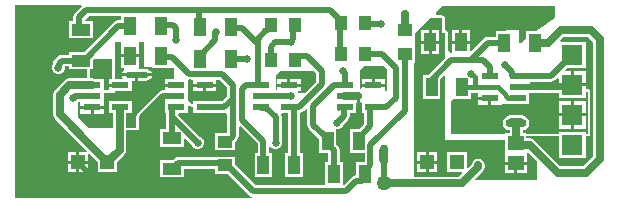
<source format=gtl>
G04*
G04 #@! TF.GenerationSoftware,Altium Limited,Altium Designer,21.4.1 (30)*
G04*
G04 Layer_Physical_Order=1*
G04 Layer_Color=255*
%FSLAX25Y25*%
%MOIN*%
G70*
G04*
G04 #@! TF.SameCoordinates,34362008-6013-40ED-8967-B93A8513BE85*
G04*
G04*
G04 #@! TF.FilePolarity,Positive*
G04*
G01*
G75*
%ADD14R,0.03937X0.06102*%
%ADD15R,0.05800X0.02200*%
%ADD16R,0.06102X0.03937*%
%ADD17R,0.05315X0.04528*%
%ADD18R,0.05118X0.03937*%
%ADD19R,0.03937X0.05118*%
%ADD20O,0.07000X0.03000*%
%ADD21O,0.03000X0.07000*%
%ADD22O,0.08000X0.02000*%
%ADD36C,0.02000*%
%ADD37C,0.02500*%
%ADD38C,0.01700*%
%ADD39C,0.01000*%
%ADD40R,0.04724X0.04724*%
%ADD41R,0.07087X0.07087*%
%ADD42C,0.02500*%
%ADD43C,0.05000*%
G36*
X517219Y143942D02*
X517319Y143842D01*
X517340Y143835D01*
X519750D01*
Y143549D01*
X520141D01*
X520190Y143500D01*
X527000D01*
Y139800D01*
X524000D01*
Y138200D01*
X527900D01*
Y137200D01*
X524000D01*
Y135937D01*
X523455D01*
X522713Y135790D01*
X522085Y135370D01*
X515130Y128415D01*
X514710Y127787D01*
X514563Y127046D01*
Y123500D01*
X511192D01*
Y128300D01*
X513000D01*
Y132300D01*
X509212D01*
X509000Y132342D01*
X508788Y132300D01*
X505400D01*
Y128300D01*
X506808D01*
Y123500D01*
X498500D01*
X495000Y127000D01*
Y131899D01*
X495164Y132063D01*
X495900D01*
Y130800D01*
X503700D01*
Y132400D01*
X503600D01*
Y135000D01*
X507500D01*
Y135700D01*
X513000D01*
Y139066D01*
X514228D01*
Y140605D01*
X509788D01*
X509844Y140325D01*
X509967Y140141D01*
X509731Y139700D01*
X507500D01*
Y152000D01*
X509290D01*
X509413Y151551D01*
X509413Y151500D01*
Y148000D01*
X512382D01*
X515350D01*
Y151500D01*
X515350Y151551D01*
X515474Y152000D01*
X517219D01*
Y143942D01*
D02*
G37*
G36*
X506582Y146500D02*
Y139800D01*
X505300D01*
Y138200D01*
X509200D01*
Y137200D01*
X505300D01*
Y135918D01*
X503600D01*
Y139700D01*
X500677D01*
X500639Y139725D01*
X499800Y139892D01*
X499000D01*
X499000Y143013D01*
X499951D01*
Y146011D01*
X500440Y146500D01*
X506582Y146500D01*
D02*
G37*
G36*
X574563Y141698D02*
Y138802D01*
X570760Y135000D01*
X568374D01*
X568309Y135100D01*
X568581Y135600D01*
X569300D01*
Y137200D01*
X561500D01*
Y135937D01*
X561000D01*
Y141000D01*
X562500Y142500D01*
X573760D01*
X574563Y141698D01*
D02*
G37*
G36*
X533085Y139512D02*
X533400D01*
Y138200D01*
X541200D01*
Y139512D01*
X542249D01*
X544856Y136905D01*
Y134010D01*
X543083Y132237D01*
X541100D01*
Y132300D01*
X533500D01*
Y131653D01*
X533038Y131462D01*
X531700Y132800D01*
Y135700D01*
Y139317D01*
X532000Y139563D01*
X532828D01*
X533085Y139512D01*
D02*
G37*
G36*
X496418Y164000D02*
X494040Y161622D01*
X493620Y160994D01*
X493472Y160252D01*
Y158987D01*
X492049D01*
Y153250D01*
X499951D01*
Y158987D01*
X497436D01*
X497383Y159487D01*
X498724Y160827D01*
X509513D01*
Y159321D01*
X508585D01*
X507844Y159174D01*
X507215Y158754D01*
X497212Y148750D01*
X492049D01*
Y147819D01*
X489922D01*
X489180Y147672D01*
X488552Y147252D01*
X487226Y145926D01*
X486806Y145297D01*
X486694Y144735D01*
X486677Y144718D01*
X486350Y143928D01*
Y143072D01*
X486677Y142282D01*
X487282Y141677D01*
X488072Y141350D01*
X488928D01*
X489718Y141677D01*
X490323Y142282D01*
X490650Y143072D01*
Y143871D01*
X490724Y143945D01*
X492049D01*
Y143013D01*
X498082D01*
X498082Y139892D01*
X492200D01*
X491361Y139725D01*
X490650Y139250D01*
X487450Y136050D01*
X486975Y135339D01*
X486808Y134500D01*
Y127921D01*
X486975Y127082D01*
X487450Y126371D01*
X497959Y115862D01*
X497752Y115362D01*
X495579D01*
Y112500D01*
X498441D01*
Y114673D01*
X498941Y114880D01*
X501659Y112162D01*
Y108738D01*
X508183D01*
Y112162D01*
X510550Y114529D01*
X511025Y115240D01*
X511192Y116079D01*
Y122582D01*
X514563D01*
X514914Y122652D01*
X515212Y122851D01*
X515411Y123149D01*
X515480Y123500D01*
Y126955D01*
X515575Y127429D01*
X515843Y127830D01*
X522670Y134657D01*
X523071Y134925D01*
X523500Y135011D01*
X524000Y134940D01*
Y134500D01*
X527900D01*
Y133500D01*
X524000D01*
Y131900D01*
X524100D01*
Y128300D01*
X524441D01*
Y122933D01*
X522549D01*
Y117196D01*
X530451D01*
Y119656D01*
X530913Y119847D01*
X532965Y117796D01*
X533177Y117282D01*
X533782Y116677D01*
X534572Y116350D01*
X535428D01*
X536218Y116677D01*
X536823Y117282D01*
X537150Y118072D01*
Y118928D01*
X536823Y119718D01*
X536218Y120323D01*
X535704Y120536D01*
X528440Y127800D01*
X528615Y128300D01*
X531700D01*
Y130849D01*
X532162Y131040D01*
X532389Y130813D01*
X532687Y130614D01*
X533038Y130544D01*
X533356Y130330D01*
X533500Y130133D01*
Y128300D01*
X541100D01*
Y128363D01*
X543886D01*
X544356Y128456D01*
X544856Y128107D01*
Y121751D01*
X540595D01*
Y116015D01*
X547513D01*
Y118618D01*
X548163Y119268D01*
X548583Y119896D01*
X548730Y120638D01*
Y123834D01*
X549192Y124025D01*
X554945Y118272D01*
Y114951D01*
X554013D01*
Y107049D01*
X559750D01*
Y114951D01*
X558819D01*
Y116940D01*
X559319Y117140D01*
X559782Y116677D01*
X560572Y116350D01*
X561428D01*
X562218Y116677D01*
X562823Y117282D01*
X563150Y118072D01*
Y118928D01*
X562937Y119441D01*
Y127100D01*
X562798Y127800D01*
X562811Y127921D01*
X563014Y128300D01*
X565181D01*
Y114951D01*
X564250D01*
Y107049D01*
X569987D01*
Y114951D01*
X569055D01*
Y128300D01*
X569200D01*
Y128523D01*
X569641Y128610D01*
X570270Y129030D01*
X571101Y129861D01*
X571563Y129670D01*
Y124500D01*
X571710Y123759D01*
X572130Y123130D01*
X575513Y119747D01*
Y115049D01*
X578456D01*
Y111951D01*
X577525D01*
Y104254D01*
X554336D01*
X547513Y111077D01*
Y113877D01*
X540595D01*
Y113734D01*
X528469D01*
X527727Y113586D01*
X527099Y113166D01*
X526629Y112696D01*
X522549D01*
Y106959D01*
X530451D01*
Y109859D01*
X540595D01*
Y108141D01*
X544970D01*
X552164Y100947D01*
X552793Y100527D01*
X552926Y100500D01*
X552877Y100000D01*
X474000D01*
Y164500D01*
X496228D01*
X496418Y164000D01*
D02*
G37*
G36*
X654000Y164000D02*
Y160127D01*
X647902Y155552D01*
X644499D01*
Y152999D01*
X642697Y151647D01*
X642250Y151870D01*
Y155951D01*
X637750D01*
X637500Y155701D01*
Y155552D01*
X634263D01*
Y153814D01*
X631877D01*
X631136Y153667D01*
X630507Y153247D01*
X626159Y148898D01*
X625697Y149090D01*
Y151500D01*
X622728D01*
Y152000D01*
D01*
Y151500D01*
X619760D01*
Y148447D01*
X619260Y148240D01*
X618418Y149082D01*
Y155075D01*
X618348Y155426D01*
X618149Y155724D01*
X618149Y155724D01*
X618053Y155788D01*
X618040Y155803D01*
X617992Y155829D01*
X617851Y155923D01*
X617813Y155939D01*
X617766Y155948D01*
X617724Y155970D01*
X617500Y156037D01*
Y160000D01*
X617418D01*
X617348Y160351D01*
X617149Y160649D01*
X616851Y160848D01*
X616500Y160918D01*
X614500D01*
Y162000D01*
X616500Y164000D01*
X654000Y164000D01*
D02*
G37*
G36*
X666808Y152092D02*
Y113908D01*
X663592Y110692D01*
X655908D01*
X647190Y119410D01*
X646479Y119885D01*
X645640Y120052D01*
X644558D01*
Y120582D01*
X655372D01*
Y113289D01*
X664258D01*
Y120582D01*
X665000D01*
X665351Y120652D01*
X665649Y120851D01*
X665848Y121149D01*
X665918Y121500D01*
Y135500D01*
X665848Y135851D01*
X665649Y136149D01*
X665351Y136348D01*
X665000Y136418D01*
X664358D01*
Y137232D01*
X659815D01*
X655272D01*
Y135980D01*
X645600D01*
Y136500D01*
X641700D01*
Y137500D01*
X645600D01*
Y138763D01*
X652783D01*
X653524Y138910D01*
X654152Y139330D01*
X654810Y139987D01*
X655272Y139796D01*
Y138232D01*
X659315D01*
Y142276D01*
X657751D01*
X657560Y142737D01*
X658111Y143289D01*
X664258D01*
Y152176D01*
X655983D01*
X655776Y152676D01*
X656908Y153808D01*
X665092D01*
X666808Y152092D01*
D02*
G37*
G36*
X598000Y143000D02*
Y135721D01*
X597900Y135679D01*
X597400Y136011D01*
Y137200D01*
X589600D01*
Y136845D01*
X589100Y136540D01*
X589000Y136591D01*
X589000Y142500D01*
X590500Y144000D01*
X597000Y144000D01*
X598000Y143000D01*
D02*
G37*
G36*
X665000Y121500D02*
X664258D01*
Y122176D01*
X655372D01*
Y121500D01*
X644558D01*
Y121609D01*
X643313D01*
Y122704D01*
X644057Y122853D01*
X644851Y123383D01*
X645381Y124177D01*
X645568Y125113D01*
X645381Y126050D01*
X644851Y126844D01*
X644057Y127374D01*
X643121Y127560D01*
X639121D01*
X638184Y127374D01*
X637390Y126844D01*
X636860Y126050D01*
X636674Y125113D01*
X636860Y124177D01*
X637390Y123383D01*
X638184Y122853D01*
X638929Y122704D01*
Y121609D01*
X637442D01*
Y121500D01*
X619500D01*
X619500Y132500D01*
X619868Y132868D01*
X620305Y133049D01*
Y133049D01*
X620305Y133049D01*
X626042D01*
Y135204D01*
X628400D01*
Y133800D01*
X632300D01*
Y133300D01*
X632800D01*
Y131200D01*
X636200D01*
X636300Y131300D01*
X645500D01*
Y135063D01*
X655372D01*
Y133289D01*
X664258D01*
Y135500D01*
X665000D01*
Y121500D01*
D02*
G37*
G36*
X616500Y155436D02*
X616500Y155436D01*
Y155000D01*
X616772Y155000D01*
X617000Y155228D01*
X617000D01*
X617000Y155228D01*
X617462Y155091D01*
X617500Y155075D01*
Y146740D01*
X611712Y140951D01*
X610069D01*
Y133049D01*
X615805D01*
Y139566D01*
X617038Y140798D01*
X617500Y140607D01*
Y119500D01*
X637442D01*
Y115319D01*
X637442Y115281D01*
X637351Y114819D01*
X637343D01*
Y112055D01*
X641000D01*
X644658D01*
Y114819D01*
X644658D01*
X644674Y114983D01*
X644694Y115012D01*
X645335Y115065D01*
X648000Y112400D01*
Y106000D01*
X627753D01*
X627562Y106462D01*
X630050Y108950D01*
X630525Y109661D01*
X630692Y110500D01*
Y111000D01*
X630650Y111212D01*
Y111428D01*
X630567Y111627D01*
X630525Y111839D01*
X630405Y112018D01*
X630323Y112218D01*
X630170Y112371D01*
X630050Y112550D01*
X629871Y112670D01*
X629718Y112823D01*
X629518Y112905D01*
X629339Y113025D01*
X629127Y113067D01*
X628928Y113150D01*
X628712D01*
X628500Y113192D01*
X628288Y113150D01*
X628072D01*
X627873Y113067D01*
X627661Y113025D01*
X627482Y112905D01*
X627282Y112823D01*
X627129Y112670D01*
X626950Y112550D01*
X626830Y112371D01*
X626677Y112218D01*
X626595Y112018D01*
X626475Y111839D01*
X626433Y111627D01*
X626366Y111466D01*
X625067Y110167D01*
X624605Y110358D01*
Y115262D01*
X618080D01*
Y108738D01*
X622984D01*
X623176Y108276D01*
X622092Y107192D01*
X607000D01*
Y145194D01*
X607459D01*
Y150932D01*
Y154959D01*
X612500Y160000D01*
X616500D01*
Y155436D01*
D02*
G37*
G36*
X589000Y131772D02*
X589284Y131889D01*
X589700Y131612D01*
Y128300D01*
X590563D01*
Y124767D01*
X588747Y122951D01*
X585750D01*
Y115049D01*
X590649D01*
Y111951D01*
X587761D01*
Y107664D01*
X587148Y107542D01*
X586520Y107122D01*
X583762Y104364D01*
X583262Y104520D01*
Y111951D01*
X582331D01*
Y115905D01*
X582184Y116647D01*
X581764Y117275D01*
X581250Y117789D01*
Y122576D01*
X581250Y122951D01*
X581727Y123008D01*
X581884D01*
X582674Y123335D01*
X583279Y123940D01*
X583492Y124453D01*
X585040Y126002D01*
X585460Y126630D01*
X585608Y127372D01*
Y128300D01*
X587900D01*
Y131648D01*
X588000Y131715D01*
Y134000D01*
X589000D01*
Y131772D01*
D02*
G37*
%LPC*%
G36*
X515350Y147000D02*
X512382D01*
X509413D01*
Y143449D01*
X510501D01*
X510584Y143348D01*
X510488Y142682D01*
X510286Y142547D01*
X509844Y141886D01*
X509788Y141605D01*
X519668D01*
X519612Y141886D01*
X519170Y142547D01*
X518508Y142989D01*
X517728Y143145D01*
X515724D01*
X515350Y143449D01*
X515350Y143645D01*
Y147000D01*
D02*
G37*
G36*
X519668Y140605D02*
X515228D01*
Y139066D01*
X517728D01*
X518508Y139221D01*
X519170Y139664D01*
X519612Y140325D01*
X519668Y140605D01*
D02*
G37*
G36*
X503700Y129800D02*
X500300D01*
Y128200D01*
X503700D01*
Y129800D01*
D02*
G37*
G36*
X499300D02*
X495900D01*
Y128200D01*
X499300D01*
Y129800D01*
D02*
G37*
G36*
X569300Y139800D02*
X565900D01*
Y138200D01*
X569300D01*
Y139800D01*
D02*
G37*
G36*
X564900D02*
X561500D01*
Y138200D01*
X564900D01*
Y139800D01*
D02*
G37*
G36*
X541200Y137200D02*
X537800D01*
Y135600D01*
X541200D01*
Y137200D01*
D02*
G37*
G36*
X536800D02*
X533400D01*
Y135600D01*
X536800D01*
Y137200D01*
D02*
G37*
G36*
X494579Y115362D02*
X491716D01*
Y112500D01*
X494579D01*
Y115362D01*
D02*
G37*
G36*
X498441Y111500D02*
X495579D01*
Y108638D01*
X498441D01*
Y111500D01*
D02*
G37*
G36*
X494579D02*
X491716D01*
Y108638D01*
X494579D01*
Y111500D01*
D02*
G37*
G36*
X625697Y156051D02*
X623228D01*
Y152500D01*
X625697D01*
Y156051D01*
D02*
G37*
G36*
X622228D02*
X619760D01*
Y152500D01*
X622228D01*
Y156051D01*
D02*
G37*
G36*
X664358Y142276D02*
X660315D01*
Y138232D01*
X664358D01*
Y142276D01*
D02*
G37*
G36*
X597400Y139800D02*
X594000D01*
Y138200D01*
X597400D01*
Y139800D01*
D02*
G37*
G36*
X593000D02*
X589600D01*
Y138200D01*
X593000D01*
Y139800D01*
D02*
G37*
G36*
X631800Y132800D02*
X628400D01*
Y131200D01*
X631800D01*
Y132800D01*
D02*
G37*
G36*
X664358Y132276D02*
X660315D01*
Y128232D01*
X664358D01*
Y132276D01*
D02*
G37*
G36*
X659315D02*
X655272D01*
Y128232D01*
X659315D01*
Y132276D01*
D02*
G37*
G36*
X664358Y127232D02*
X660315D01*
Y123189D01*
X664358D01*
Y127232D01*
D02*
G37*
G36*
X659315D02*
X655272D01*
Y123189D01*
X659315D01*
Y127232D01*
D02*
G37*
G36*
X615461Y156051D02*
X612992D01*
Y152500D01*
X615461D01*
Y156051D01*
D02*
G37*
G36*
X611992D02*
X609524D01*
Y152500D01*
X611992D01*
Y156051D01*
D02*
G37*
G36*
X615461Y151500D02*
X612992D01*
Y147949D01*
X615461D01*
Y151500D01*
D02*
G37*
G36*
X611992D02*
X609524D01*
Y147949D01*
X611992D01*
Y151500D01*
D02*
G37*
G36*
X614862Y115362D02*
X612000D01*
Y112500D01*
X614862D01*
Y115362D01*
D02*
G37*
G36*
X611000D02*
X608138D01*
Y112500D01*
X611000D01*
Y115362D01*
D02*
G37*
G36*
X614862Y111500D02*
X612000D01*
Y108638D01*
X614862D01*
Y111500D01*
D02*
G37*
G36*
X611000D02*
X608138D01*
Y108638D01*
X611000D01*
Y111500D01*
D02*
G37*
G36*
X644658Y111055D02*
X641500D01*
Y108291D01*
X644658D01*
Y111055D01*
D02*
G37*
G36*
X640500D02*
X637343D01*
Y108291D01*
X640500D01*
Y111055D01*
D02*
G37*
%LPD*%
D14*
X512382Y157500D02*
D03*
X522618D02*
D03*
X622728Y152000D02*
D03*
X612492D02*
D03*
X612937Y137000D02*
D03*
X623173D02*
D03*
X647368Y151601D02*
D03*
X637132D02*
D03*
X535882Y146500D02*
D03*
X546118D02*
D03*
X580394Y108000D02*
D03*
X590630D02*
D03*
X546118Y157000D02*
D03*
X535882D02*
D03*
X522618Y147500D02*
D03*
X512382D02*
D03*
X567118Y111000D02*
D03*
X556882D02*
D03*
X588618Y119000D02*
D03*
X578382D02*
D03*
D15*
X641700Y133300D02*
D03*
Y137000D02*
D03*
Y140700D02*
D03*
X632300D02*
D03*
Y133300D02*
D03*
X499800Y137700D02*
D03*
Y134000D02*
D03*
Y130300D02*
D03*
X509200D02*
D03*
Y137700D02*
D03*
X527900D02*
D03*
Y134000D02*
D03*
Y130300D02*
D03*
X537300D02*
D03*
Y137700D02*
D03*
X584100D02*
D03*
Y134000D02*
D03*
Y130300D02*
D03*
X593500D02*
D03*
Y137700D02*
D03*
X556000D02*
D03*
Y134000D02*
D03*
Y130300D02*
D03*
X565400D02*
D03*
Y137700D02*
D03*
D16*
X526500Y120064D02*
D03*
Y109828D02*
D03*
X496000Y145882D02*
D03*
Y156118D02*
D03*
D17*
X641000Y111555D02*
D03*
Y118445D02*
D03*
D18*
X544054Y118883D02*
D03*
Y111009D02*
D03*
X604000Y155937D02*
D03*
Y148063D02*
D03*
D19*
X590787Y148000D02*
D03*
X582913D02*
D03*
X567287Y146000D02*
D03*
X559413D02*
D03*
X590787Y158500D02*
D03*
X582913D02*
D03*
X559413Y157598D02*
D03*
X567287D02*
D03*
D20*
X641121Y125113D02*
D03*
D21*
X597000Y114500D02*
D03*
D22*
X514728Y141105D02*
D03*
D36*
X488596Y143596D02*
Y144556D01*
X489922Y145882D02*
X497083D01*
X488596Y144556D02*
X489922Y145882D01*
X488500Y143500D02*
X488596Y143596D01*
X582323Y157909D02*
X582913Y158500D01*
X495409Y156709D02*
X496000Y156118D01*
X581661Y160059D02*
X581945D01*
X495409Y156709D02*
Y160252D01*
X497922Y162765D02*
X535409D01*
X578956D02*
X581661Y160059D01*
X582323Y148591D02*
X582913Y148000D01*
X535409Y162765D02*
X578956D01*
X535291Y162646D02*
X535409Y162765D01*
X535291Y157591D02*
X535882Y157000D01*
X582913Y158500D02*
Y159091D01*
X495409Y160252D02*
X497922Y162765D01*
X535291Y157591D02*
Y162646D01*
X582323Y148591D02*
Y157909D01*
X581945Y160059D02*
X582913Y159091D01*
X512266Y157384D02*
X512382Y157500D01*
X508585Y157384D02*
X512266D01*
X497083Y145882D02*
X508585Y157384D01*
X522618Y157500D02*
X523300D01*
X523587Y157786D01*
X526628D02*
X527800Y156615D01*
X523587Y157786D02*
X526628D01*
X527800Y152855D02*
Y156615D01*
X526378Y127122D02*
X535000Y118500D01*
X526378Y120064D02*
Y127122D01*
Y130200D01*
X639800Y140800D02*
Y142125D01*
X637416Y144509D02*
X639800Y142125D01*
X560904Y151904D02*
X565904D01*
X566000Y152135D02*
X566881Y153016D01*
Y157192D02*
X567287Y157598D01*
X566881Y153016D02*
Y157192D01*
X565904Y151904D02*
X566000Y152000D01*
Y152135D01*
X559413Y150413D02*
X560904Y151904D01*
X540904Y155404D02*
X541000Y155500D01*
X540904Y152605D02*
Y155404D01*
X536000Y146618D02*
Y147701D01*
X540904Y152605D01*
X592587Y111039D02*
Y117587D01*
X591024Y108000D02*
Y109476D01*
X592587Y111039D01*
X604000Y129000D02*
Y148063D01*
X592587Y117587D02*
X604000Y129000D01*
X597000Y105000D02*
Y114500D01*
X546118Y146500D02*
X551500D01*
X631877Y151877D02*
X634882D01*
X639800Y140800D02*
X639900Y140700D01*
X652783D01*
X612937Y137000D02*
Y139437D01*
X632300Y140700D02*
Y143828D01*
X578874Y117425D02*
Y119590D01*
X576949Y121051D02*
X577413D01*
X573500Y124500D02*
X576949Y121051D01*
X577413D02*
X578874Y119590D01*
X573500Y124500D02*
Y130757D01*
X578874Y117425D02*
X580394Y115905D01*
Y108000D02*
Y115905D01*
X592500Y130200D02*
X592600Y130300D01*
X592500Y123965D02*
Y130200D01*
X588618Y120083D02*
X592500Y123965D01*
X592600Y130300D02*
X597800D01*
X588618Y119000D02*
Y120083D01*
X567118Y111000D02*
Y130200D01*
X567018Y130300D02*
X567118Y130200D01*
Y130400D02*
X568900D01*
X565400Y130300D02*
X567018D01*
X565400D02*
X567018D01*
X566500Y146000D02*
X568000Y147500D01*
X549793Y126164D02*
X556882Y119075D01*
Y111000D02*
Y119075D01*
X591287Y158000D02*
X596000D01*
X590787Y158500D02*
X591287Y158000D01*
X559413Y146000D02*
Y150413D01*
X546545Y156573D02*
X549915D01*
X555000Y151488D01*
X546118Y157000D02*
X546545Y156573D01*
X555000Y151488D02*
Y153185D01*
Y137800D02*
Y151488D01*
X558445Y156039D02*
X559413Y157008D01*
X557854Y156039D02*
X558445D01*
X559413Y157008D02*
Y157598D01*
X555000Y153185D02*
X557854Y156039D01*
X549793Y126164D02*
Y136514D01*
X550964Y137686D01*
X555986D01*
X556000Y137700D01*
X555000Y137800D02*
X555100Y137700D01*
X522618Y147500D02*
X523033Y147085D01*
X526415D01*
X532000Y141500D01*
X533034D01*
X544054Y118883D02*
X545038D01*
X528469Y111796D02*
X544054D01*
X553534Y102316D01*
X526500Y109828D02*
X528469Y111796D01*
X533085Y141449D02*
X543051D01*
X546793Y133207D02*
Y137707D01*
X543051Y141449D02*
X546793Y137707D01*
X533034Y141500D02*
X533085Y141449D01*
X583671Y127372D02*
Y130200D01*
X583771Y130300D01*
X581457Y125157D02*
X583671Y127372D01*
X590000Y148000D02*
X596500D01*
X601000Y133500D02*
Y143500D01*
X596500Y148000D02*
X601000Y143500D01*
X568000Y147500D02*
X571500D01*
X576500Y142500D01*
X526478Y130300D02*
X527900D01*
X526378Y130200D02*
X526478Y130300D01*
X589661Y105752D02*
X590011Y106101D01*
X584454Y102316D02*
X587890Y105752D01*
X589661D01*
X590011Y106101D02*
Y107873D01*
X553534Y102316D02*
X584454D01*
X546793Y120638D02*
Y133207D01*
X545038Y118883D02*
X546793Y120638D01*
X537300Y130300D02*
X543886D01*
X546793Y133207D01*
X493530Y133470D02*
X493666D01*
X494196Y134000D01*
X556000Y130300D02*
X556100Y130200D01*
X557900D01*
X561000Y127100D01*
Y118500D02*
Y127100D01*
X516500Y127046D02*
X523455Y134000D01*
X527900D01*
X516500Y114500D02*
Y127046D01*
X494196Y134000D02*
X499800D01*
X508500Y106500D02*
X516500Y114500D01*
X500579Y106500D02*
X508500D01*
X495079Y112000D02*
X500579Y106500D01*
X619500Y146000D02*
X626000D01*
X630128D02*
X632300Y143828D01*
X626000Y146000D02*
X631877Y151877D01*
X626000Y146000D02*
X630128D01*
X612937Y139437D02*
X619500Y146000D01*
X597800Y130300D02*
X601000Y133500D01*
X583324Y142285D02*
X584000Y141609D01*
Y137800D02*
Y141609D01*
X583324Y142285D02*
Y142420D01*
X573500Y130757D02*
X580343Y137600D01*
X576500Y138000D02*
Y142500D01*
X568900Y130400D02*
X576500Y138000D01*
X580343Y137600D02*
X584000D01*
X556000Y134000D02*
X566000D01*
X641700Y137000D02*
X659083D01*
X652783Y140700D02*
X659815Y147732D01*
X584000Y137600D02*
X584100Y137700D01*
D37*
X641121Y118566D02*
Y125113D01*
X641000Y118445D02*
X641121Y118566D01*
X651622Y151622D02*
X656000Y156000D01*
X647368Y151601D02*
X647389Y151622D01*
X651622D01*
X656000Y156000D02*
X666000D01*
X597000Y105000D02*
X623000D01*
X641000Y118445D02*
X641585Y117860D01*
X645640D01*
X655000Y108500D01*
X604000Y155937D02*
Y161500D01*
X623000Y105000D02*
X628500Y110500D01*
Y111000D01*
X655000Y108500D02*
X664500D01*
X669000Y113000D01*
X489000Y127921D02*
X500211Y116711D01*
X489000Y127921D02*
Y134500D01*
X500211Y116711D02*
X504921Y112000D01*
X509000Y116079D01*
Y130150D01*
X492200Y137700D02*
X499800D01*
X489000Y134500D02*
X492200Y137700D01*
X584100Y134000D02*
X588500D01*
X666000Y156000D02*
X669000Y153000D01*
Y113000D02*
Y153000D01*
D38*
X626309Y141500D02*
X627550Y140259D01*
Y136988D02*
Y140259D01*
X626000Y141500D02*
X626309D01*
X627550Y136988D02*
X635228D01*
X623173D02*
X627550D01*
X635228D02*
X637050Y135166D01*
Y135034D02*
X638534Y133550D01*
X637050Y135034D02*
Y135166D01*
X641450Y133550D02*
X641700Y133300D01*
X638534Y133550D02*
X641450D01*
D39*
X535882Y146500D02*
X536000Y146618D01*
X583771Y130300D02*
X584100D01*
X582300D02*
X583771D01*
X581700Y129700D02*
X582300Y130300D01*
X584000Y137800D02*
X584100Y137700D01*
X659083Y137000D02*
X659815Y137732D01*
D40*
X495079Y112000D02*
D03*
X504921Y112000D02*
D03*
X621343D02*
D03*
X611500Y112000D02*
D03*
D41*
X659815Y147732D02*
D03*
Y137732D02*
D03*
Y127732D02*
D03*
Y117732D02*
D03*
D42*
X515000Y137500D02*
D03*
X566000Y152000D02*
D03*
X541000Y155500D02*
D03*
X626000Y141500D02*
D03*
X551500Y146500D02*
D03*
X519000Y135000D02*
D03*
X515000Y133500D02*
D03*
X626000Y127000D02*
D03*
X622000Y126000D02*
D03*
X623000Y130000D02*
D03*
X628500Y111000D02*
D03*
X595500Y142000D02*
D03*
X502000Y141500D02*
D03*
X504500Y144500D02*
D03*
X539500Y134000D02*
D03*
X527800Y152855D02*
D03*
X488500Y143500D02*
D03*
X493530Y133470D02*
D03*
X561000Y118500D02*
D03*
X535000D02*
D03*
X621000Y159000D02*
D03*
X624000Y162000D02*
D03*
X629500D02*
D03*
X651500D02*
D03*
X643000Y159000D02*
D03*
X648500D02*
D03*
X626500D02*
D03*
X637500D02*
D03*
X646000Y162000D02*
D03*
X635000D02*
D03*
X632000Y159000D02*
D03*
X640500Y162000D02*
D03*
X588500Y134000D02*
D03*
X604000Y161500D02*
D03*
X591500Y142000D02*
D03*
X596000Y158000D02*
D03*
X637416Y144509D02*
D03*
X581457Y125157D02*
D03*
X583324Y142420D02*
D03*
X571000Y137500D02*
D03*
X566000Y134000D02*
D03*
X572500Y141000D02*
D03*
X535500Y134000D02*
D03*
D43*
X597000Y105000D02*
D03*
M02*

</source>
